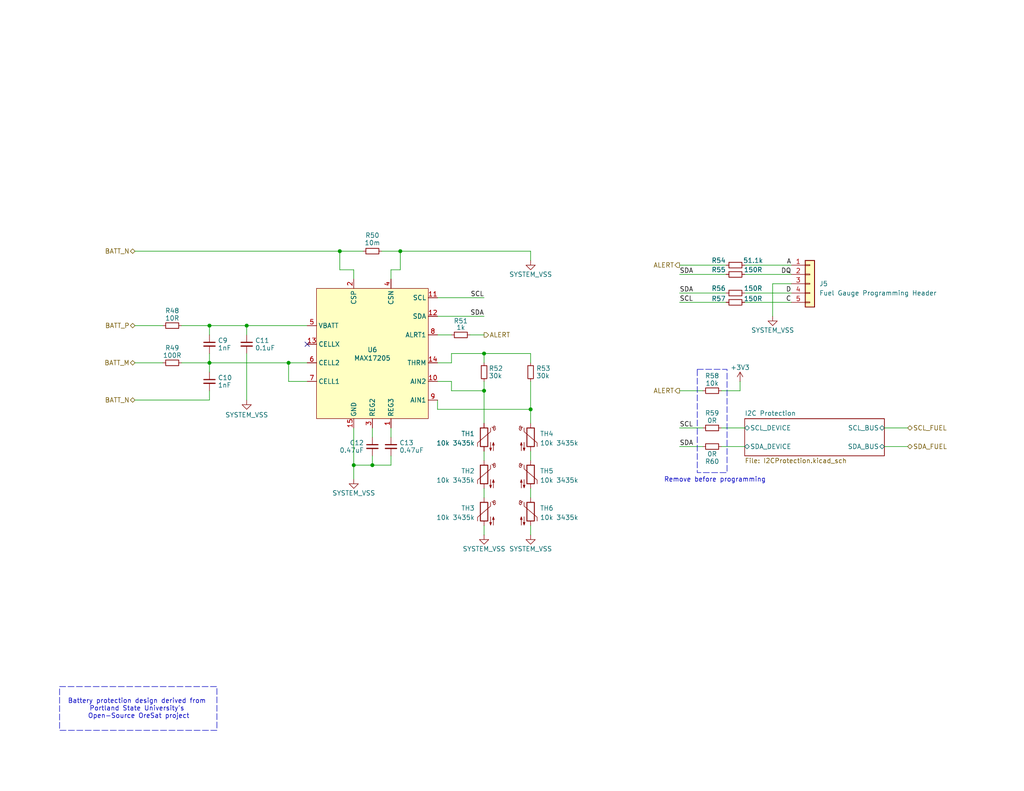
<source format=kicad_sch>
(kicad_sch (version 20231120) (generator "eeschema") (generator_version "8.0")
  (paper "USLetter")
  (title_block (title "Argus Batteryboard") (date "2024-12-06") (rev "v2.1") (company "Carnegie Mellon University") (comment 1 "M. Holliday") (comment 2 "N. Khera") (comment 3 "V. Rajesh"))
  (lib_symbols
    (symbol "Argus-IC:MAX17205G"
      (property "Reference" "U6" (at 0 1.016 0))
      (property "Value" "MAX17205" (at 0 -1.27 0))
      (symbol "MAX17205G_1_0"
        (pin power_in line (at 5.08 -20.32 90) (length 2.54) (name "REG3") (number "1"))
        (pin input line (at 17.78 -7.62 180) (length 2.54) (name "AIN2") (number "10"))
        (pin input line (at 17.78 15.24 180) (length 2.54) (name "SCL") (number "11"))
        (pin bidirectional line (at 17.78 10.16 180) (length 2.54) (name "SDA") (number "12"))
        (pin passive line (at -17.78 2.54 0) (length 2.54) (name "CELLX") (number "13"))
        (pin passive line (at 17.78 -2.54 180) (length 2.54) (name "THRM") (number "14"))
        (pin power_in line (at -5.08 -20.32 90) (length 2.54) (name "GND") (number "15"))
        (pin passive line (at -5.08 20.32 270) (length 2.54) (name "CSP") (number "2"))
        (pin power_in line (at 0 -20.32 90) (length 2.54) (name "REG2") (number "3"))
        (pin passive line (at 5.08 20.32 270) (length 2.54) (name "CSN") (number "4"))
        (pin power_in line (at -17.78 7.62 0) (length 2.54) (name "VBATT") (number "5"))
        (pin passive line (at -17.78 -2.54 0) (length 2.54) (name "CELL2") (number "6"))
        (pin passive line (at -17.78 -7.62 0) (length 2.54) (name "CELL1") (number "7"))
        (pin output line (at 17.78 5.08 180) (length 2.54) (name "ALRT1") (number "8"))
        (pin input line (at 17.78 -12.7 180) (length 2.54) (name "AIN1") (number "9"))
      )
      (symbol "MAX17205G_1_1"
        (rectangle (start -15.24 17.78) (end 15.24 -17.78) (fill (type background)))
      )
    )
    (symbol "Connector_Generic:Conn_01x05" (pin_names (offset 1.016) hide)
      (property "Reference" "J" (at 0 7.62 0))
      (property "Value" "Conn_01x05" (at 0 -7.62 0))
      (symbol "Conn_01x05_1_1"
        (rectangle (start -1.27 -4.953) (end 0 -5.207) (stroke (width 0.1524)))
        (rectangle (start -1.27 -2.413) (end 0 -2.667) (stroke (width 0.1524)))
        (rectangle (start -1.27 0.127) (end 0 -0.127) (stroke (width 0.1524)))
        (rectangle (start -1.27 2.667) (end 0 2.413) (stroke (width 0.1524)))
        (rectangle (start -1.27 5.207) (end 0 4.953) (stroke (width 0.1524)))
        (rectangle (start -1.27 6.35) (end 1.27 -6.35) (stroke (width 0.254)) (fill (type background)))
        (pin passive line (at -5.08 5.08 0) (length 3.81) (name "Pin_1") (number "1"))
        (pin passive line (at -5.08 2.54 0) (length 3.81) (name "Pin_2") (number "2"))
        (pin passive line (at -5.08 0 0) (length 3.81) (name "Pin_3") (number "3"))
        (pin passive line (at -5.08 -2.54 0) (length 3.81) (name "Pin_4") (number "4"))
        (pin passive line (at -5.08 -5.08 0) (length 3.81) (name "Pin_5") (number "5"))
      )
    )
    (symbol "Device:C_Small" (pin_numbers hide) (pin_names (offset 0.254) hide)
      (property "Reference" "C" (at 0.254 1.778 0))
      (property "Value" "C_Small" (at 0.254 -2.032 0))
      (symbol "C_Small_0_1"
        (polyline (pts (xy -1.524 -0.508) (xy 1.524 -0.508)) (stroke (width 0.3302)))
        (polyline (pts (xy -1.524 0.508) (xy 1.524 0.508)) (stroke (width 0.3048)))
      )
      (symbol "C_Small_1_1"
        (pin passive line (at 0 2.54 270) (length 2.032) (name "~") (number "1"))
        (pin passive line (at 0 -2.54 90) (length 2.032) (name "~") (number "2"))
      )
    )
    (symbol "Device:R_Small" (pin_numbers hide) (pin_names (offset 0.254) hide)
      (property "Reference" "R" (at 0.762 0.508 0))
      (property "Value" "R_Small" (at 0.762 -1.016 0))
      (symbol "R_Small_0_1"
        (rectangle (start -0.762 1.778) (end 0.762 -1.778) (stroke (width 0.2032)))
      )
      (symbol "R_Small_1_1"
        (pin passive line (at 0 2.54 270) (length 0.762) (name "~") (number "1"))
        (pin passive line (at 0 -2.54 90) (length 0.762) (name "~") (number "2"))
      )
    )
    (symbol "Device:Thermistor_NTC" (pin_numbers hide) (pin_names (offset 0))
      (property "Reference" "TH" (at -4.445 0 90))
      (property "Value" "Thermistor_NTC" (at 3.175 0 90))
      (symbol "Thermistor_NTC_0_1"
        (arc (start -3.048 2.159) (mid -3.0495 2.3143) (end -3.175 2.413))
        (arc (start -3.048 2.159) (mid -2.9736 1.9794) (end -2.794 1.905))
        (arc (start -3.048 2.794) (mid -2.9736 2.6144) (end -2.794 2.54))
        (arc (start -2.794 1.905) (mid -2.6144 1.9794) (end -2.54 2.159))
        (arc (start -2.794 2.54) (mid -2.4393 2.5587) (end -2.159 2.794))
        (arc (start -2.794 3.048) (mid -2.9736 2.9736) (end -3.048 2.794))
        (arc (start -2.54 2.794) (mid -2.6144 2.9736) (end -2.794 3.048))
        (rectangle (start -1.016 2.54) (end 1.016 -2.54) (stroke (width 0.254)))
        (polyline (pts (xy -2.54 2.159) (xy -2.54 2.794)))
        (polyline (pts (xy -1.778 2.54) (xy -1.778 1.524) (xy 1.778 -1.524) (xy 1.778 -2.54)))
        (polyline (pts (xy -2.54 -3.683) (xy -2.54 -1.397) (xy -2.794 -2.159) (xy -2.286 -2.159) (xy -2.54 -1.397) (xy -2.54 -1.651)) (fill (type outline)))
        (polyline (pts (xy -1.778 -1.397) (xy -1.778 -3.683) (xy -2.032 -2.921) (xy -1.524 -2.921) (xy -1.778 -3.683) (xy -1.778 -3.429)) (fill (type outline)))
      )
      (symbol "Thermistor_NTC_1_1"
        (pin passive line (at 0 3.81 270) (length 1.27) (name "~") (number "1"))
        (pin passive line (at 0 -3.81 90) (length 1.27) (name "~") (number "2"))
      )
    )
    (symbol "power:+3V3" (power) (pin_numbers hide) (pin_names (offset 0) hide)
      (property "Value" "+3V3" (at 0 3.556 0))
      (symbol "+3V3_0_1"
        (polyline (pts (xy -0.762 1.27) (xy 0 2.54)))
        (polyline (pts (xy 0 0) (xy 0 2.54)))
        (polyline (pts (xy 0 2.54) (xy 0.762 1.27)))
      )
      (symbol "+3V3_1_1"
        (pin power_in line (at 0 0 90) (length 0) (name "~") (number "1"))
      )
    )
    (symbol "power:GND" (power) (pin_numbers hide) (pin_names (offset 0) hide)
      (property "Value" "GND" (at 0 -3.81 0))
      (symbol "GND_0_1"
        (polyline (pts (xy 0 0) (xy 0 -1.27) (xy 1.27 -1.27) (xy 0 -2.54) (xy -1.27 -1.27) (xy 0 -1.27)))
      )
      (symbol "GND_1_1"
        (pin power_in line (at 0 0 270) (length 0) (name "~") (number "1"))
      )
    )
  )
  (junction (at 92.71 68.58))
  (junction (at 101.6 127))
  (junction (at 78.74 99.06))
  (junction (at 67.31 88.9))
  (junction (at 144.78 111.76))
  (junction (at 109.22 68.58))
  (junction (at 57.15 88.9))
  (junction (at 132.08 106.68))
  (junction (at 96.52 127))
  (junction (at 57.15 99.06))
  (junction (at 132.08 96.52))
  (no_connect (at 83.82 93.98))
  (wire (pts (xy 36.83 99.06) (xy 44.45 99.06)))
  (wire (pts (xy 57.15 106.68) (xy 57.15 109.22)))
  (wire (pts (xy 119.38 81.28) (xy 132.08 81.28)))
  (wire (pts (xy 92.71 68.58) (xy 92.71 73.66)))
  (wire (pts (xy 36.83 109.22) (xy 57.15 109.22)))
  (wire (pts (xy 67.31 88.9) (xy 83.82 88.9)))
  (wire (pts (xy 101.6 127) (xy 101.6 124.46)))
  (wire (pts (xy 96.52 130.81) (xy 96.52 127)))
  (wire (pts (xy 123.19 104.14) (xy 123.19 106.68)))
  (wire (pts (xy 57.15 88.9) (xy 67.31 88.9)))
  (wire (pts (xy 215.9 77.47) (xy 210.82 77.47)))
  (wire (pts (xy 109.22 68.58) (xy 144.78 68.58)))
  (wire (pts (xy 198.12 82.55) (xy 185.42 82.55)))
  (wire (pts (xy 144.78 99.06) (xy 144.78 96.52)))
  (wire (pts (xy 241.3 116.84) (xy 247.65 116.84)))
  (wire (pts (xy 36.83 88.9) (xy 44.45 88.9)))
  (wire (pts (xy 132.08 143.51) (xy 132.08 146.05)))
  (wire (pts (xy 203.2 82.55) (xy 215.9 82.55)))
  (wire (pts (xy 106.68 127) (xy 101.6 127)))
  (wire (pts (xy 185.42 72.39) (xy 198.12 72.39)))
  (wire (pts (xy 198.12 80.01) (xy 185.42 80.01)))
  (wire (pts (xy 57.15 96.52) (xy 57.15 99.06)))
  (wire (pts (xy 106.68 73.66) (xy 109.22 73.66)))
  (wire (pts (xy 106.68 116.84) (xy 106.68 119.38)))
  (wire (pts (xy 144.78 111.76) (xy 144.78 115.57)))
  (wire (pts (xy 36.83 68.58) (xy 92.71 68.58)))
  (wire (pts (xy 96.52 127) (xy 101.6 127)))
  (wire (pts (xy 57.15 88.9) (xy 57.15 91.44)))
  (wire (pts (xy 203.2 72.39) (xy 215.9 72.39)))
  (wire (pts (xy 83.82 104.14) (xy 78.74 104.14)))
  (wire (pts (xy 241.3 121.92) (xy 247.65 121.92)))
  (wire (pts (xy 132.08 104.14) (xy 132.08 106.68)))
  (wire (pts (xy 132.08 133.35) (xy 132.08 135.89)))
  (wire (pts (xy 203.2 80.01) (xy 215.9 80.01)))
  (wire (pts (xy 119.38 111.76) (xy 144.78 111.76)))
  (wire (pts (xy 57.15 99.06) (xy 78.74 99.06)))
  (wire (pts (xy 106.68 124.46) (xy 106.68 127)))
  (wire (pts (xy 144.78 68.58) (xy 144.78 71.12)))
  (wire (pts (xy 119.38 104.14) (xy 123.19 104.14)))
  (wire (pts (xy 106.68 76.2) (xy 106.68 73.66)))
  (wire (pts (xy 119.38 86.36) (xy 132.08 86.36)))
  (wire (pts (xy 92.71 68.58) (xy 99.06 68.58)))
  (wire (pts (xy 132.08 91.44) (xy 128.27 91.44)))
  (wire (pts (xy 144.78 123.19) (xy 144.78 125.73)))
  (wire (pts (xy 123.19 106.68) (xy 132.08 106.68)))
  (wire (pts (xy 78.74 99.06) (xy 83.82 99.06)))
  (wire (pts (xy 201.93 104.14) (xy 201.93 106.68)))
  (wire (pts (xy 67.31 96.52) (xy 67.31 109.22)))
  (wire (pts (xy 101.6 116.84) (xy 101.6 119.38)))
  (wire (pts (xy 203.2 74.93) (xy 215.9 74.93)))
  (wire (pts (xy 67.31 88.9) (xy 67.31 91.44)))
  (wire (pts (xy 119.38 109.22) (xy 119.38 111.76)))
  (wire (pts (xy 144.78 96.52) (xy 132.08 96.52)))
  (wire (pts (xy 109.22 73.66) (xy 109.22 68.58)))
  (wire (pts (xy 49.53 99.06) (xy 57.15 99.06)))
  (wire (pts (xy 196.85 106.68) (xy 201.93 106.68)))
  (wire (pts (xy 196.85 116.84) (xy 203.2 116.84)))
  (wire (pts (xy 185.42 116.84) (xy 191.77 116.84)))
  (wire (pts (xy 144.78 133.35) (xy 144.78 135.89)))
  (wire (pts (xy 210.82 77.47) (xy 210.82 86.36)))
  (wire (pts (xy 123.19 99.06) (xy 123.19 96.52)))
  (wire (pts (xy 144.78 143.51) (xy 144.78 146.05)))
  (wire (pts (xy 96.52 127) (xy 96.52 116.84)))
  (wire (pts (xy 144.78 104.14) (xy 144.78 111.76)))
  (wire (pts (xy 132.08 106.68) (xy 132.08 115.57)))
  (wire (pts (xy 119.38 99.06) (xy 123.19 99.06)))
  (wire (pts (xy 96.52 73.66) (xy 92.71 73.66)))
  (wire (pts (xy 123.19 91.44) (xy 119.38 91.44)))
  (wire (pts (xy 49.53 88.9) (xy 57.15 88.9)))
  (wire (pts (xy 104.14 68.58) (xy 109.22 68.58)))
  (wire (pts (xy 132.08 123.19) (xy 132.08 125.73)))
  (wire (pts (xy 185.42 106.68) (xy 191.77 106.68)))
  (wire (pts (xy 78.74 104.14) (xy 78.74 99.06)))
  (wire (pts (xy 57.15 99.06) (xy 57.15 101.6)))
  (wire (pts (xy 132.08 96.52) (xy 132.08 99.06)))
  (wire (pts (xy 196.85 121.92) (xy 203.2 121.92)))
  (wire (pts (xy 96.52 76.2) (xy 96.52 73.66)))
  (wire (pts (xy 198.12 74.93) (xy 185.42 74.93)))
  (wire (pts (xy 185.42 121.92) (xy 191.77 121.92)))
  (wire (pts (xy 123.19 96.52) (xy 132.08 96.52)))
  (rectangle (start 16.256 187.452) (end 59.182 199.39) (stroke (width 0) (type dash)))
  (rectangle (start 190.246 100.838) (end 198.374 129.032) (stroke (width 0) (type dash)))
  (text "Remove before programming" (at 195.072 131.064 0) (effects (font (size 1.27 1.27))))
  (text "Battery protection design derived from \nPortland State University's \nOpen-Source OreSat project" (at 37.846 193.548 0) (effects (font (size 1.27 1.27))))
  (label "C" (at 215.9 82.55 180))
  (label "SCL" (at 185.42 82.55 0))
  (label "SDA" (at 185.42 121.92 0))
  (label "SDA" (at 185.42 80.01 0))
  (label "SCL" (at 132.08 81.28 180))
  (label "SDA" (at 132.08 86.36 180))
  (label "SCL" (at 185.42 116.84 0))
  (label "DQ" (at 215.9 74.93 180))
  (label "D" (at 215.9 80.01 180))
  (label "A" (at 215.9 72.39 180))
  (label "SDA" (at 185.42 74.93 0))
  (hierarchical_label "BATT_P" (shape bidirectional) (at 36.83 88.9 180))
  (hierarchical_label "BATT_N" (shape bidirectional) (at 36.83 109.22 180))
  (hierarchical_label "BATT_N" (shape bidirectional) (at 36.83 68.58 180))
  (hierarchical_label "ALERT" (shape output) (at 185.42 106.68 180))
  (hierarchical_label "ALERT" (shape output) (at 132.08 91.44 0))
  (hierarchical_label "BATT_M" (shape bidirectional) (at 36.83 99.06 180))
  (hierarchical_label "SDA_FUEL" (shape bidirectional) (at 247.65 121.92 0))
  (hierarchical_label "ALERT" (shape output) (at 185.42 72.39 180))
  (hierarchical_label "SCL_FUEL" (shape bidirectional) (at 247.65 116.84 0))
  (symbol (lib_id "power:GND") (at 96.52 130.81 0) (unit 1)
    (property "Reference" "#PWR054" (effects (hide yes)))
    (property "Value" "SYSTEM_VSS" (at 96.52 134.62 0))
    (property "Description" "Power symbol creates a global label with name \"GND\" , ground" (effects (hide yes)))
  )
  (symbol (lib_id "Device:R_Small") (at 200.66 80.01 90) (unit 1)
    (property "Reference" "R56" (at 196.088 78.74 90))
    (property "Value" "150R" (at 205.486 78.74 90))
    (property "Footprint" "Resistor_SMD:R_0603_1608Metric" (effects (hide yes)))
    (property "Description" "Resistor, small symbol" (effects (hide yes)))
  )
  (symbol (lib_id "power:GND") (at 144.78 71.12 0) (unit 1)
    (property "Reference" "#PWR013" (effects (hide yes)))
    (property "Value" "SYSTEM_VSS" (at 144.78 74.93 0))
    (property "Description" "Power symbol creates a global label with name \"GND\" , ground" (effects (hide yes)))
  )
  (symbol (lib_id "Device:R_Small") (at 194.31 121.92 270) (unit 1)
    (property "Reference" "R60" (at 194.31 125.984 90))
    (property "Value" "0R" (at 194.31 123.952 90))
    (property "Footprint" "Resistor_SMD:R_0603_1608Metric" (effects (hide yes)))
    (property "Description" "Resistor, small symbol" (effects (hide yes)))
  )
  (symbol (lib_id "Device:R_Small") (at 101.6 68.58 270) (unit 1)
    (property "Reference" "R50" (at 101.6 64.262 90))
    (property "Value" "10m" (at 101.6 66.294 90))
    (property "Footprint" "Resistor_SMD:R_2512_6332Metric" (effects (hide yes)))
    (property "Description" "Resistor, small symbol" (effects (hide yes)))
  )
  (symbol (lib_id "Device:Thermistor_NTC") (at 144.78 129.54 0) (unit 1)
    (property "Reference" "TH5" (at 147.32 128.5874 0) (effects (justify left)))
    (property "Value" "10k 3435k" (at 147.32 131.1274 0) (effects (justify left)))
    (property "Footprint" "Capacitor_SMD:C_0603_1608Metric" (effects (hide yes)))
    (property "Description" "Temperature dependent resistor, negative temperature coefficient" (effects (hide yes)))
  )
  (symbol (lib_id "Device:R_Small") (at 200.66 74.93 90) (unit 1)
    (property "Reference" "R55" (at 196.088 73.66 90))
    (property "Value" "150R" (at 205.486 73.66 90))
    (property "Footprint" "Resistor_SMD:R_0603_1608Metric" (effects (hide yes)))
    (property "Description" "Resistor, small symbol" (effects (hide yes)))
  )
  (symbol (lib_id "Connector_Generic:Conn_01x05") (at 220.98 77.47 0) (unit 1)
    (property "Reference" "J5" (at 223.52 77.4699 0) (effects (justify left)))
    (property "Value" "Fuel Gauge Programming Header" (at 223.52 80.0099 0) (effects (justify left)))
    (property "Footprint" "Connector_PinHeader_2.54mm:PinHeader_1x05_P2.54mm_Vertical_SMD_Pin1Left" (effects (hide yes)))
    (property "Description" "Generic connector, single row, 01x05, script generated (kicad-library-utils/schlib/autogen/connector/)" (effects (hide yes)))
  )
  (symbol (lib_id "Device:Thermistor_NTC") (at 144.78 139.7 0) (unit 1)
    (property "Reference" "TH6" (at 147.32 138.7474 0) (effects (justify left)))
    (property "Value" "10k 3435k" (at 147.32 141.2874 0) (effects (justify left)))
    (property "Footprint" "Capacitor_SMD:C_0603_1608Metric" (effects (hide yes)))
    (property "Description" "Temperature dependent resistor, negative temperature coefficient" (effects (hide yes)))
  )
  (symbol (lib_id "power:GND") (at 67.31 109.22 0) (unit 1)
    (property "Reference" "#PWR053" (effects (hide yes)))
    (property "Value" "SYSTEM_VSS" (at 67.31 113.284 0))
    (property "Description" "Power symbol creates a global label with name \"GND\" , ground" (effects (hide yes)))
  )
  (symbol (lib_id "power:GND") (at 144.78 146.05 0) (unit 1)
    (property "Reference" "#PWR052" (effects (hide yes)))
    (property "Value" "SYSTEM_VSS" (at 144.78 149.86 0))
    (property "Description" "Power symbol creates a global label with name \"GND\" , ground" (effects (hide yes)))
  )
  (symbol (lib_id "Device:R_Small") (at 144.78 101.6 0) (unit 1)
    (property "Reference" "R53" (at 146.304 100.584 0) (effects (justify left)))
    (property "Value" "30k" (at 146.304 102.616 0) (effects (justify left)))
    (property "Footprint" "Resistor_SMD:R_0603_1608Metric" (effects (hide yes)))
    (property "Description" "Resistor, small symbol" (effects (hide yes)))
  )
  (symbol (lib_id "Device:R_Small") (at 194.31 106.68 90) (unit 1)
    (property "Reference" "R58" (at 194.31 102.616 90))
    (property "Value" "10k" (at 194.31 104.648 90))
    (property "Footprint" "Resistor_SMD:R_0603_1608Metric" (effects (hide yes)))
    (property "Description" "Resistor, small symbol" (effects (hide yes)))
  )
  (symbol (lib_id "Device:Thermistor_NTC") (at 132.08 129.54 0) (mirror y) (unit 1)
    (property "Reference" "TH2" (at 129.54 128.5874 0) (effects (justify left)))
    (property "Value" "10k 3435k" (at 129.54 131.1274 0) (effects (justify left)))
    (property "Footprint" "Capacitor_SMD:C_0603_1608Metric" (effects (hide yes)))
    (property "Description" "Temperature dependent resistor, negative temperature coefficient" (effects (hide yes)))
  )
  (symbol (lib_id "power:GND") (at 210.82 86.36 0) (unit 1)
    (property "Reference" "#PWR011" (effects (hide yes)))
    (property "Value" "SYSTEM_VSS" (at 210.82 90.17 0))
    (property "Description" "Power symbol creates a global label with name \"GND\" , ground" (effects (hide yes)))
  )
  (symbol (lib_id "power:+3V3") (at 201.93 104.14 0) (mirror y) (unit 1)
    (property "Reference" "#PWR025" (effects (hide yes)))
    (property "Value" "+3V3" (at 201.93 100.33 0))
    (property "Description" "Power symbol creates a global label with name \"+3V3\"" (effects (hide yes)))
  )
  (symbol (lib_id "Device:Thermistor_NTC") (at 132.08 139.7 0) (mirror y) (unit 1)
    (property "Reference" "TH3" (at 129.54 138.7474 0) (effects (justify left)))
    (property "Value" "10k 3435k" (at 129.54 141.2874 0) (effects (justify left)))
    (property "Footprint" "Capacitor_SMD:C_0603_1608Metric" (effects (hide yes)))
    (property "Description" "Temperature dependent resistor, negative temperature coefficient" (effects (hide yes)))
  )
  (symbol (lib_id "Device:R_Small") (at 46.99 88.9 90) (unit 1)
    (property "Reference" "R48" (at 46.99 84.836 90))
    (property "Value" "10R" (at 46.99 86.868 90))
    (property "Footprint" "Resistor_SMD:R_0603_1608Metric" (effects (hide yes)))
    (property "Description" "Resistor, small symbol" (effects (hide yes)))
  )
  (symbol (lib_id "Device:C_Small") (at 57.15 93.98 0) (unit 1)
    (property "Reference" "C9" (at 59.436 92.964 0) (effects (justify left)))
    (property "Value" "1nF" (at 59.436 94.996 0) (effects (justify left)))
    (property "Footprint" "Capacitor_SMD:C_0603_1608Metric" (effects (hide yes)))
    (property "Description" "Unpolarized capacitor, small symbol" (effects (hide yes)))
  )
  (symbol (lib_id "Device:C_Small") (at 101.6 121.92 0) (mirror y) (unit 1)
    (property "Reference" "C12" (at 99.314 120.904 0) (effects (justify left)))
    (property "Value" "0.47uF" (at 99.314 122.936 0) (effects (justify left)))
    (property "Footprint" "Capacitor_SMD:C_0603_1608Metric" (effects (hide yes)))
    (property "Description" "Unpolarized capacitor, small symbol" (effects (hide yes)))
  )
  (symbol (lib_id "power:GND") (at 132.08 146.05 0) (unit 1)
    (property "Reference" "#PWR051" (effects (hide yes)))
    (property "Value" "SYSTEM_VSS" (at 132.08 149.86 0))
    (property "Description" "Power symbol creates a global label with name \"GND\" , ground" (effects (hide yes)))
  )
  (symbol (lib_id "Device:R_Small") (at 125.73 91.44 90) (unit 1)
    (property "Reference" "R51" (at 125.73 87.63 90))
    (property "Value" "1k" (at 125.73 89.408 90))
    (property "Footprint" "Resistor_SMD:R_0603_1608Metric" (effects (hide yes)))
    (property "Description" "Resistor, small symbol" (effects (hide yes)))
  )
  (symbol (lib_id "Device:R_Small") (at 200.66 82.55 90) (unit 1)
    (property "Reference" "R57" (at 196.088 81.534 90))
    (property "Value" "150R" (at 205.486 81.534 90))
    (property "Footprint" "Resistor_SMD:R_0603_1608Metric" (effects (hide yes)))
    (property "Description" "Resistor, small symbol" (effects (hide yes)))
  )
  (symbol (lib_id "Device:C_Small") (at 106.68 121.92 0) (unit 1)
    (property "Reference" "C13" (at 108.966 120.904 0) (effects (justify left)))
    (property "Value" "0.47uF" (at 108.966 122.936 0) (effects (justify left)))
    (property "Footprint" "Capacitor_SMD:C_0603_1608Metric" (effects (hide yes)))
    (property "Description" "Unpolarized capacitor, small symbol" (effects (hide yes)))
  )
  (symbol (lib_id "Device:Thermistor_NTC") (at 132.08 119.38 0) (mirror y) (unit 1)
    (property "Reference" "TH1" (at 129.54 118.4274 0) (effects (justify left)))
    (property "Value" "10k 3435k" (at 129.54 120.9674 0) (effects (justify left)))
    (property "Footprint" "Capacitor_SMD:C_0603_1608Metric" (effects (hide yes)))
    (property "Description" "Temperature dependent resistor, negative temperature coefficient" (effects (hide yes)))
  )
  (symbol (lib_id "Device:R_Small") (at 200.66 72.39 90) (unit 1)
    (property "Reference" "R54" (at 196.088 71.12 90))
    (property "Value" "51.1k" (at 205.486 71.12 90))
    (property "Footprint" "Resistor_SMD:R_0603_1608Metric" (effects (hide yes)))
    (property "Description" "Resistor, small symbol" (effects (hide yes)))
  )
  (symbol (lib_id "Device:R_Small") (at 194.31 116.84 90) (unit 1)
    (property "Reference" "R59" (at 194.31 112.776 90))
    (property "Value" "0R" (at 194.31 114.808 90))
    (property "Footprint" "Resistor_SMD:R_0603_1608Metric" (effects (hide yes)))
    (property "Description" "Resistor, small symbol" (effects (hide yes)))
  )
  (symbol (lib_id "Device:Thermistor_NTC") (at 144.78 119.38 0) (unit 1)
    (property "Reference" "TH4" (at 147.32 118.4274 0) (effects (justify left)))
    (property "Value" "10k 3435k" (at 147.32 120.9674 0) (effects (justify left)))
    (property "Footprint" "Capacitor_SMD:C_0603_1608Metric" (effects (hide yes)))
    (property "Description" "Temperature dependent resistor, negative temperature coefficient" (effects (hide yes)))
  )
  (symbol (lib_id "Device:R_Small") (at 46.99 99.06 90) (unit 1)
    (property "Reference" "R49" (at 46.99 94.996 90))
    (property "Value" "100R" (at 46.99 97.028 90))
    (property "Footprint" "Resistor_SMD:R_0603_1608Metric" (effects (hide yes)))
    (property "Description" "Resistor, small symbol" (effects (hide yes)))
  )
  (symbol (lib_id "Device:C_Small") (at 57.15 104.14 0) (unit 1)
    (property "Reference" "C10" (at 59.436 103.124 0) (effects (justify left)))
    (property "Value" "1nF" (at 59.436 105.156 0) (effects (justify left)))
    (property "Footprint" "Capacitor_SMD:C_0603_1608Metric" (effects (hide yes)))
    (property "Description" "Unpolarized capacitor, small symbol" (effects (hide yes)))
  )
  (symbol (lib_id "Argus-IC:MAX17205G") (at 101.6 96.52 0) (unit 1)
    (property "Reference" "U6" (at 101.6 95.504 0))
    (property "Value" "MAX17205" (at 101.6 97.79 0))
    (property "Footprint" "Package_DFN_QFN:TDFN-14-1EP_3x3mm_P0.4mm_EP1.78x2.35mm" (effects (hide yes)))
  )
  (symbol (lib_id "Device:R_Small") (at 132.08 101.6 0) (unit 1)
    (property "Reference" "R52" (at 133.35 100.584 0) (effects (justify left)))
    (property "Value" "30k" (at 133.35 102.616 0) (effects (justify left)))
    (property "Footprint" "Resistor_SMD:R_0603_1608Metric" (effects (hide yes)))
    (property "Description" "Resistor, small symbol" (effects (hide yes)))
  )
  (symbol (lib_id "Device:C_Small") (at 67.31 93.98 0) (unit 1)
    (property "Reference" "C11" (at 69.596 92.964 0) (effects (justify left)))
    (property "Value" "0.1uF" (at 69.596 94.996 0) (effects (justify left)))
    (property "Footprint" "Capacitor_SMD:C_0603_1608Metric" (effects (hide yes)))
    (property "Description" "Unpolarized capacitor, small symbol" (effects (hide yes)))
  )
  (sheet (at 203.2 114.3) (size 38.1 10.16) (stroke (width 0.1524))
    (property "Sheetname" "I2C Protection" (at 203.2 113.5884 0) (effects (justify left bottom)))
    (property "Sheetfile" "I2CProtection.kicad_sch" (at 203.2 125.0446 0) (effects (justify left top)))
    (pin "SDA_DEVICE" bidirectional (at 203.2 121.92 180))
    (pin "SCL_DEVICE" bidirectional (at 203.2 116.84 180))
    (pin "SDA_BUS" bidirectional (at 241.3 121.92 0))
    (pin "SCL_BUS" bidirectional (at 241.3 116.84 0))
  )
)
</source>
